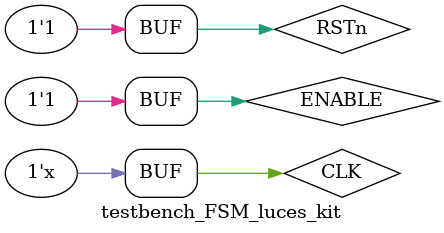
<source format=v>
/**
    En este módulo planteamos la realización de un  testbench sobre el módulo
    "juego_de_luces_vel_var.v", módulo final en el cuals e instancia casi tods los
    módulos creados anteriormente.
**/


// Cuanto es el paso de la simulación (siempre igual)
`timescale 1ns/100ps 

module testbench_FSM_luces_kit();
    // Decalramos el parámetro local de tiempo -->
	localparam T = 20;
    // Declaramos los registros de reloj interno (CLK_50) -->
    reg CLOCK_50 ;
    // Declaramos las entrasdas de los dos rpimeros switches -->
    reg [1:0] SW ;
    // Declaramos las tres primeras entradas de los botones -->
    reg [2:0] KEY ;
    // Declaramos el cable de los 8 bits del set de salidas de luces Verdes -->
    wire [7:0] LEDG;
    // Declaramos el cable de los 8 bits del set de salidas de luces Rojas -->
    wire [7:0] LEDR;

    juego_luces_vel_var luces_var(
        .CLK_50(CLK_50),
        .SW(SW),
        .KEY(KEY),
        .LEDG(LEDG),
        .LEDR(LEDR)
    );

    // Generamos el clock -->
	always #(T/2) CLK = ~CLK ; // Cada medio periodo cambiamos clk de 1 a 0 y vicev

    // Test procedure (Lo que vamos a hacer para probarlo)
    initial begin
        // Empezamos reiniciando
		CLK = 0;
		RSTn = 0;
        ENABLE = 0;
        // Desconectamos el reset
        #(T*2) RSTn = 1;
        // Habilitamos enable
        ENABLE = 1;
    end

endmodule
</source>
